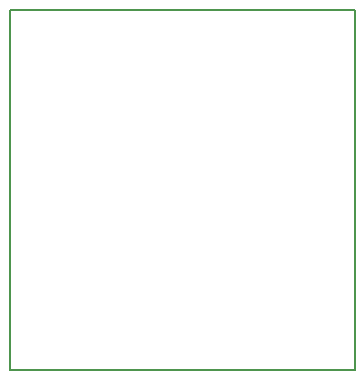
<source format=gbr>
G04 #@! TF.FileFunction,Profile,NP*
%FSLAX46Y46*%
G04 Gerber Fmt 4.6, Leading zero omitted, Abs format (unit mm)*
G04 Created by KiCad (PCBNEW 4.0.7) date 01/29/19 22:56:24*
%MOMM*%
%LPD*%
G01*
G04 APERTURE LIST*
%ADD10C,0.100000*%
%ADD11C,0.150000*%
G04 APERTURE END LIST*
D10*
D11*
X143510000Y-64770000D02*
X114300000Y-64770000D01*
X143510000Y-95250000D02*
X143510000Y-64770000D01*
X114300000Y-95250000D02*
X143510000Y-95250000D01*
X114300000Y-64770000D02*
X114300000Y-95250000D01*
M02*

</source>
